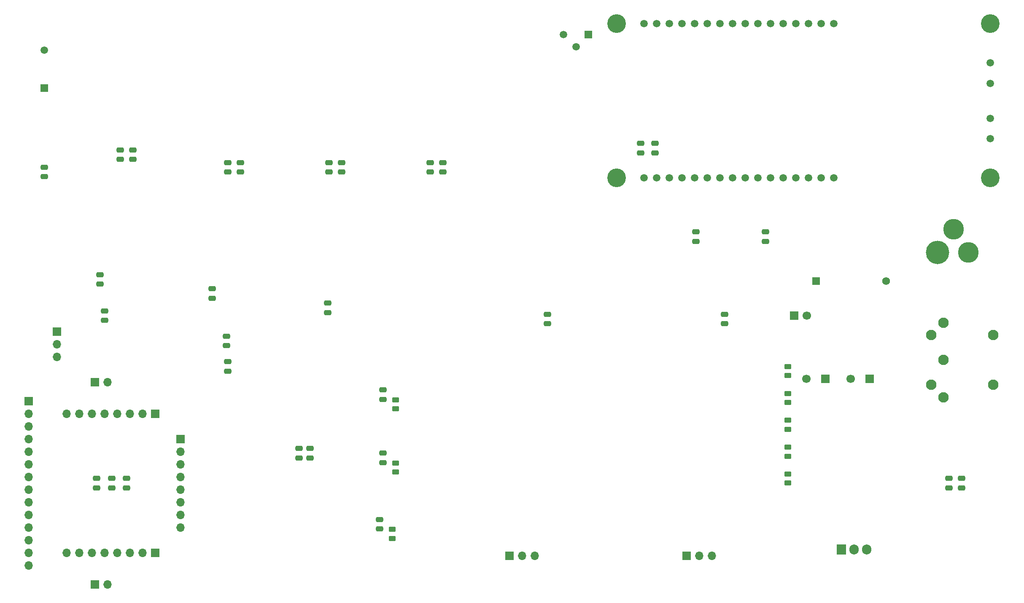
<source format=gbr>
%TF.GenerationSoftware,KiCad,Pcbnew,(6.0.5)*%
%TF.CreationDate,2023-06-11T10:01:27+02:00*%
%TF.ProjectId,Pico Debugger,5069636f-2044-4656-9275-676765722e6b,rev?*%
%TF.SameCoordinates,Original*%
%TF.FileFunction,Soldermask,Bot*%
%TF.FilePolarity,Negative*%
%FSLAX46Y46*%
G04 Gerber Fmt 4.6, Leading zero omitted, Abs format (unit mm)*
G04 Created by KiCad (PCBNEW (6.0.5)) date 2023-06-11 10:01:27*
%MOMM*%
%LPD*%
G01*
G04 APERTURE LIST*
G04 Aperture macros list*
%AMRoundRect*
0 Rectangle with rounded corners*
0 $1 Rounding radius*
0 $2 $3 $4 $5 $6 $7 $8 $9 X,Y pos of 4 corners*
0 Add a 4 corners polygon primitive as box body*
4,1,4,$2,$3,$4,$5,$6,$7,$8,$9,$2,$3,0*
0 Add four circle primitives for the rounded corners*
1,1,$1+$1,$2,$3*
1,1,$1+$1,$4,$5*
1,1,$1+$1,$6,$7*
1,1,$1+$1,$8,$9*
0 Add four rect primitives between the rounded corners*
20,1,$1+$1,$2,$3,$4,$5,0*
20,1,$1+$1,$4,$5,$6,$7,0*
20,1,$1+$1,$6,$7,$8,$9,0*
20,1,$1+$1,$8,$9,$2,$3,0*%
G04 Aperture macros list end*
%ADD10R,1.700000X1.700000*%
%ADD11C,1.700000*%
%ADD12O,1.700000X1.700000*%
%ADD13R,1.905000X2.000000*%
%ADD14O,1.905000X2.000000*%
%ADD15C,4.700000*%
%ADD16C,4.150000*%
%ADD17C,1.500000*%
%ADD18C,3.750000*%
%ADD19R,1.509000X1.509000*%
%ADD20C,1.509000*%
%ADD21C,2.100000*%
%ADD22R,1.500000X1.500000*%
%ADD23R,1.575000X1.575000*%
%ADD24C,1.575000*%
%ADD25RoundRect,0.250000X-0.475000X0.250000X-0.475000X-0.250000X0.475000X-0.250000X0.475000X0.250000X0*%
%ADD26RoundRect,0.250000X0.475000X-0.250000X0.475000X0.250000X-0.475000X0.250000X-0.475000X-0.250000X0*%
%ADD27RoundRect,0.250000X0.450000X-0.262500X0.450000X0.262500X-0.450000X0.262500X-0.450000X-0.262500X0*%
G04 APERTURE END LIST*
D10*
%TO.C,C6*%
X205002651Y-121285000D03*
D11*
X201202651Y-121285000D03*
%TD*%
D10*
%TO.C,J8*%
X70485000Y-128270000D03*
D12*
X67945000Y-128270000D03*
X65405000Y-128270000D03*
X62865000Y-128270000D03*
X60325000Y-128270000D03*
X57785000Y-128270000D03*
X55245000Y-128270000D03*
X52705000Y-128270000D03*
%TD*%
D10*
%TO.C,J11*%
X58420000Y-121920000D03*
D12*
X60960000Y-121920000D03*
%TD*%
D10*
%TO.C,J12*%
X50800000Y-111760000D03*
D12*
X50800000Y-114300000D03*
X50800000Y-116840000D03*
%TD*%
D13*
%TO.C,U1*%
X208280000Y-155575000D03*
D14*
X210820000Y-155575000D03*
X213360000Y-155575000D03*
%TD*%
D10*
%TO.C,J6*%
X75565000Y-133350000D03*
D12*
X75565000Y-135890000D03*
X75565000Y-138430000D03*
X75565000Y-140970000D03*
X75565000Y-143510000D03*
X75565000Y-146050000D03*
X75565000Y-148590000D03*
X75565000Y-151130000D03*
%TD*%
D15*
%TO.C,J5*%
X227533200Y-95885000D03*
D16*
X230733200Y-91185000D03*
X233733200Y-95885000D03*
%TD*%
D10*
%TO.C,J1*%
X177180000Y-156845000D03*
D12*
X179720000Y-156845000D03*
X182260000Y-156845000D03*
%TD*%
D17*
%TO.C,DS1*%
X168620000Y-80905000D03*
X171160000Y-80905000D03*
X173700000Y-80905000D03*
X176240000Y-80905000D03*
X178780000Y-80905000D03*
X181320000Y-80905000D03*
X183860000Y-80905000D03*
X186400000Y-80905000D03*
X188940000Y-80905000D03*
X191480000Y-80905000D03*
X194020000Y-80905000D03*
X196560000Y-80905000D03*
X199100000Y-80905000D03*
X201640000Y-80905000D03*
X204180000Y-80905000D03*
X206720000Y-80905000D03*
X168620000Y-49905000D03*
X171160000Y-49905000D03*
X173700000Y-49905000D03*
X176240000Y-49905000D03*
X178780000Y-49905000D03*
X181320000Y-49905000D03*
X183860000Y-49905000D03*
X186400000Y-49905000D03*
X188940000Y-49905000D03*
X191480000Y-49905000D03*
X194020000Y-49905000D03*
X196560000Y-49905000D03*
X199100000Y-49905000D03*
X201640000Y-49905000D03*
X204180000Y-49905000D03*
X206720000Y-49905000D03*
X238120000Y-57785000D03*
X238120000Y-61905000D03*
X238120000Y-68905000D03*
X238120000Y-73025000D03*
D18*
X163120000Y-80905000D03*
X163120000Y-49905000D03*
X238120000Y-49905000D03*
X238120000Y-80905000D03*
%TD*%
D19*
%TO.C,S1*%
X48260000Y-62865000D03*
D20*
X48260000Y-55245000D03*
%TD*%
D10*
%TO.C,LED1*%
X198755000Y-108585000D03*
D11*
X201295000Y-108585000D03*
%TD*%
D10*
%TO.C,C5*%
X213892651Y-121285000D03*
D11*
X210092651Y-121285000D03*
%TD*%
D21*
%TO.C,J4*%
X228760000Y-109975000D03*
X228760000Y-117475000D03*
X228760000Y-124975000D03*
X226260000Y-112475000D03*
X226260000Y-122475000D03*
X238760000Y-112475000D03*
X238760000Y-122475000D03*
%TD*%
D10*
%TO.C,J2*%
X141620000Y-156845000D03*
D12*
X144160000Y-156845000D03*
X146700000Y-156845000D03*
%TD*%
D10*
%TO.C,J7*%
X70485000Y-156210000D03*
D12*
X67945000Y-156210000D03*
X65405000Y-156210000D03*
X62865000Y-156210000D03*
X60325000Y-156210000D03*
X57785000Y-156210000D03*
X55245000Y-156210000D03*
X52705000Y-156210000D03*
%TD*%
D22*
%TO.C,VR1*%
X157480000Y-52070000D03*
D17*
X154980000Y-54570000D03*
X152480000Y-52070000D03*
%TD*%
D10*
%TO.C,J9*%
X45085000Y-125730000D03*
D12*
X45085000Y-128270000D03*
X45085000Y-130810000D03*
X45085000Y-133350000D03*
X45085000Y-135890000D03*
X45085000Y-138430000D03*
X45085000Y-140970000D03*
X45085000Y-143510000D03*
X45085000Y-146050000D03*
X45085000Y-148590000D03*
X45085000Y-151130000D03*
X45085000Y-153670000D03*
X45085000Y-156210000D03*
X45085000Y-158750000D03*
%TD*%
D10*
%TO.C,J10*%
X58420000Y-162560000D03*
D12*
X60960000Y-162560000D03*
%TD*%
D23*
%TO.C,D1*%
X203135500Y-101600500D03*
D24*
X217235500Y-101600500D03*
%TD*%
D25*
%TO.C,C12*%
X149225000Y-108286000D03*
X149225000Y-110186000D03*
%TD*%
D26*
%TO.C,C42*%
X61753750Y-143174000D03*
X61753750Y-141274000D03*
%TD*%
%TO.C,C39*%
X115570000Y-151429000D03*
X115570000Y-149529000D03*
%TD*%
D25*
%TO.C,C31*%
X128270000Y-77806000D03*
X128270000Y-79706000D03*
%TD*%
D26*
%TO.C,C16*%
X81915000Y-105074000D03*
X81915000Y-103174000D03*
%TD*%
%TO.C,C10*%
X99377500Y-137155000D03*
X99377500Y-135255000D03*
%TD*%
%TO.C,C15*%
X229870000Y-143174000D03*
X229870000Y-141274000D03*
%TD*%
D27*
%TO.C,R9*%
X118755000Y-139977500D03*
X118755000Y-138152500D03*
%TD*%
D25*
%TO.C,C37*%
X107950000Y-77806000D03*
X107950000Y-79706000D03*
%TD*%
%TO.C,C29*%
X125730000Y-77806000D03*
X125730000Y-79706000D03*
%TD*%
D26*
%TO.C,C14*%
X64770000Y-143174000D03*
X64770000Y-141274000D03*
%TD*%
D27*
%TO.C,R15*%
X197495000Y-136802500D03*
X197495000Y-134977500D03*
%TD*%
D26*
%TO.C,C22*%
X58737500Y-143174000D03*
X58737500Y-141274000D03*
%TD*%
%TO.C,C19*%
X105092500Y-107931500D03*
X105092500Y-106031500D03*
%TD*%
%TO.C,C27*%
X167945000Y-75864000D03*
X167945000Y-73964000D03*
%TD*%
D25*
%TO.C,C11*%
X184785000Y-108286000D03*
X184785000Y-110186000D03*
%TD*%
D27*
%TO.C,R10*%
X118120000Y-153312500D03*
X118120000Y-151487500D03*
%TD*%
D25*
%TO.C,C33*%
X87630000Y-77806000D03*
X87630000Y-79706000D03*
%TD*%
D26*
%TO.C,C23*%
X84772500Y-114599000D03*
X84772500Y-112699000D03*
%TD*%
D25*
%TO.C,C32*%
X85090000Y-77806000D03*
X85090000Y-79706000D03*
%TD*%
%TO.C,C21*%
X85090000Y-117811000D03*
X85090000Y-119711000D03*
%TD*%
D26*
%TO.C,C30*%
X59372500Y-102216500D03*
X59372500Y-100316500D03*
%TD*%
D27*
%TO.C,R14*%
X197495000Y-120610000D03*
X197495000Y-118785000D03*
%TD*%
D26*
%TO.C,C13*%
X232410000Y-143174000D03*
X232410000Y-141274000D03*
%TD*%
D25*
%TO.C,C34*%
X63500000Y-75266000D03*
X63500000Y-77166000D03*
%TD*%
D27*
%TO.C,R17*%
X197495000Y-131405000D03*
X197495000Y-129580000D03*
%TD*%
D26*
%TO.C,C25*%
X60325000Y-109519000D03*
X60325000Y-107619000D03*
%TD*%
%TO.C,C38*%
X116205000Y-138094000D03*
X116205000Y-136194000D03*
%TD*%
%TO.C,C26*%
X179070000Y-93644000D03*
X179070000Y-91744000D03*
%TD*%
D25*
%TO.C,C36*%
X105410000Y-77806000D03*
X105410000Y-79706000D03*
%TD*%
D27*
%TO.C,R13*%
X197495000Y-126007500D03*
X197495000Y-124182500D03*
%TD*%
%TO.C,R16*%
X197495000Y-142200000D03*
X197495000Y-140375000D03*
%TD*%
%TO.C,R11*%
X118755000Y-127277500D03*
X118755000Y-125452500D03*
%TD*%
D26*
%TO.C,C24*%
X48260000Y-80626500D03*
X48260000Y-78726500D03*
%TD*%
%TO.C,C17*%
X193040000Y-93644000D03*
X193040000Y-91744000D03*
%TD*%
%TO.C,C40*%
X116205000Y-125394000D03*
X116205000Y-123494000D03*
%TD*%
D25*
%TO.C,C35*%
X66040000Y-75266000D03*
X66040000Y-77166000D03*
%TD*%
D26*
%TO.C,C18*%
X101600000Y-137155000D03*
X101600000Y-135255000D03*
%TD*%
%TO.C,C28*%
X170815000Y-75864000D03*
X170815000Y-73964000D03*
%TD*%
M02*

</source>
